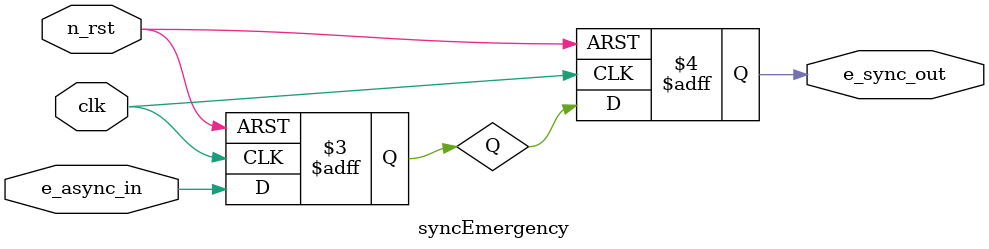
<source format=sv>

module syncEmergency(
  input wire clk,
  input wire n_rst, 
  input wire e_async_in,
  output reg e_sync_out
);
  
   reg 	     Q;
   
  
  always @ (posedge clk, negedge n_rst) begin
    if(n_rst == 0) begin
      Q <= 0;
      e_sync_out <= 0;
    end
    else begin
      Q <= e_async_in;
      e_sync_out <= Q;
    end
  end
endmodule
</source>
